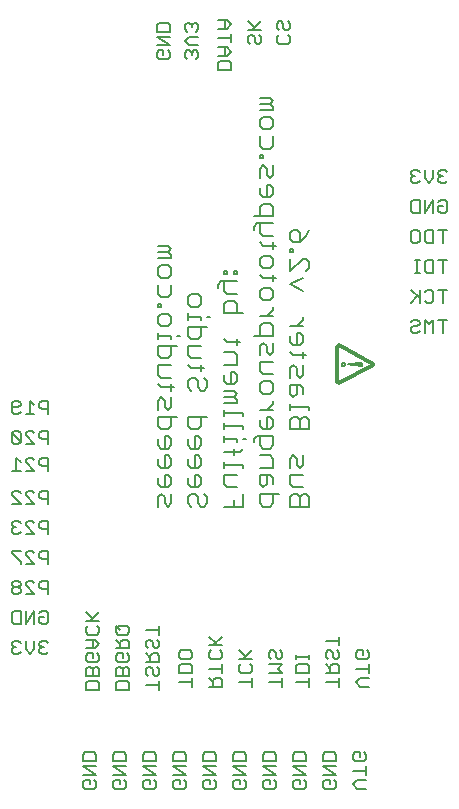
<source format=gbo>
G75*
G70*
%OFA0B0*%
%FSLAX24Y24*%
%IPPOS*%
%LPD*%
%AMOC8*
5,1,8,0,0,1.08239X$1,22.5*
%
%ADD10C,0.0060*%
%ADD11C,0.0080*%
%ADD12C,0.0050*%
%ADD13C,0.0120*%
D10*
X002312Y004881D02*
X002459Y004881D01*
X002532Y004955D01*
X002699Y005028D02*
X002699Y005322D01*
X002532Y005248D02*
X002459Y005322D01*
X002312Y005322D01*
X002239Y005248D01*
X002239Y005175D01*
X002312Y005101D01*
X002239Y005028D01*
X002239Y004955D01*
X002312Y004881D01*
X002312Y005101D02*
X002386Y005101D01*
X002699Y005028D02*
X002846Y004881D01*
X002993Y005028D01*
X002993Y005322D01*
X003159Y005248D02*
X003159Y005175D01*
X003233Y005101D01*
X003159Y005028D01*
X003159Y004955D01*
X003233Y004881D01*
X003380Y004881D01*
X003453Y004955D01*
X003306Y005101D02*
X003233Y005101D01*
X003159Y005248D02*
X003233Y005322D01*
X003380Y005322D01*
X003453Y005248D01*
X003380Y005881D02*
X003233Y005881D01*
X003159Y005955D01*
X003159Y006101D01*
X003306Y006101D01*
X003453Y006248D02*
X003453Y005955D01*
X003380Y005881D01*
X003453Y006248D02*
X003380Y006322D01*
X003233Y006322D01*
X003159Y006248D01*
X002993Y006322D02*
X002993Y005881D01*
X002699Y005881D02*
X002993Y006322D01*
X002699Y006322D02*
X002699Y005881D01*
X002532Y005881D02*
X002532Y006322D01*
X002312Y006322D01*
X002239Y006248D01*
X002239Y005955D01*
X002312Y005881D01*
X002532Y005881D01*
X002459Y006881D02*
X002312Y006881D01*
X002239Y006955D01*
X002239Y007028D01*
X002312Y007101D01*
X002459Y007101D01*
X002532Y007175D01*
X002532Y007248D01*
X002459Y007322D01*
X002312Y007322D01*
X002239Y007248D01*
X002239Y007175D01*
X002312Y007101D01*
X002459Y007101D02*
X002532Y007028D01*
X002532Y006955D01*
X002459Y006881D01*
X002699Y006881D02*
X002993Y006881D01*
X002699Y007175D01*
X002699Y007248D01*
X002772Y007322D01*
X002919Y007322D01*
X002993Y007248D01*
X003159Y007248D02*
X003159Y007101D01*
X003233Y007028D01*
X003453Y007028D01*
X003453Y006881D02*
X003453Y007322D01*
X003233Y007322D01*
X003159Y007248D01*
X002993Y007881D02*
X002699Y008175D01*
X002699Y008248D01*
X002772Y008322D01*
X002919Y008322D01*
X002993Y008248D01*
X003159Y008248D02*
X003159Y008101D01*
X003233Y008028D01*
X003453Y008028D01*
X003453Y007881D02*
X003453Y008322D01*
X003233Y008322D01*
X003159Y008248D01*
X002993Y007881D02*
X002699Y007881D01*
X002532Y007881D02*
X002532Y007955D01*
X002239Y008248D01*
X002239Y008322D01*
X002532Y008322D01*
X002459Y008881D02*
X002312Y008881D01*
X002239Y008955D01*
X002239Y009028D01*
X002312Y009101D01*
X002386Y009101D01*
X002312Y009101D02*
X002239Y009175D01*
X002239Y009248D01*
X002312Y009322D01*
X002459Y009322D01*
X002532Y009248D01*
X002699Y009248D02*
X002772Y009322D01*
X002919Y009322D01*
X002993Y009248D01*
X003159Y009248D02*
X003159Y009101D01*
X003233Y009028D01*
X003453Y009028D01*
X003453Y008881D02*
X003453Y009322D01*
X003233Y009322D01*
X003159Y009248D01*
X002993Y008881D02*
X002699Y009175D01*
X002699Y009248D01*
X002532Y008955D02*
X002459Y008881D01*
X002699Y008881D02*
X002993Y008881D01*
X002993Y009881D02*
X002699Y009881D01*
X002532Y009881D02*
X002239Y010175D01*
X002239Y010248D01*
X002312Y010322D01*
X002459Y010322D01*
X002532Y010248D01*
X002699Y010248D02*
X002772Y010322D01*
X002919Y010322D01*
X002993Y010248D01*
X003159Y010248D02*
X003233Y010322D01*
X003453Y010322D01*
X003453Y009881D01*
X003453Y010028D02*
X003233Y010028D01*
X003159Y010101D01*
X003159Y010248D01*
X002993Y009881D02*
X002699Y010175D01*
X002699Y010248D01*
X002532Y009881D02*
X002239Y009881D01*
X002239Y010981D02*
X002532Y010981D01*
X002386Y010981D02*
X002386Y011422D01*
X002532Y011275D01*
X002699Y011275D02*
X002699Y011348D01*
X002772Y011422D01*
X002919Y011422D01*
X002993Y011348D01*
X003159Y011348D02*
X003233Y011422D01*
X003453Y011422D01*
X003453Y010981D01*
X003453Y011128D02*
X003233Y011128D01*
X003159Y011201D01*
X003159Y011348D01*
X002993Y010981D02*
X002699Y011275D01*
X002699Y010981D02*
X002993Y010981D01*
X002993Y011881D02*
X002699Y011881D01*
X002532Y011955D02*
X002239Y012248D01*
X002239Y011955D01*
X002312Y011881D01*
X002459Y011881D01*
X002532Y011955D01*
X002532Y012248D01*
X002459Y012322D01*
X002312Y012322D01*
X002239Y012248D01*
X002699Y012248D02*
X002699Y012175D01*
X002993Y011881D01*
X003159Y012101D02*
X003233Y012028D01*
X003453Y012028D01*
X003453Y011881D02*
X003453Y012322D01*
X003233Y012322D01*
X003159Y012248D01*
X003159Y012101D01*
X002993Y012248D02*
X002919Y012322D01*
X002772Y012322D01*
X002699Y012248D01*
X002699Y012881D02*
X002993Y012881D01*
X002846Y012881D02*
X002846Y013322D01*
X002993Y013175D01*
X003159Y013248D02*
X003159Y013101D01*
X003233Y013028D01*
X003453Y013028D01*
X003453Y012881D02*
X003453Y013322D01*
X003233Y013322D01*
X003159Y013248D01*
X002532Y013248D02*
X002532Y013175D01*
X002459Y013101D01*
X002239Y013101D01*
X002239Y012955D02*
X002239Y013248D01*
X002312Y013322D01*
X002459Y013322D01*
X002532Y013248D01*
X002532Y012955D02*
X002459Y012881D01*
X002312Y012881D01*
X002239Y012955D01*
X004713Y006277D02*
X004933Y006056D01*
X004860Y005983D02*
X005153Y006277D01*
X005153Y005983D02*
X004713Y005983D01*
X004786Y005816D02*
X004713Y005743D01*
X004713Y005596D01*
X004786Y005523D01*
X005080Y005523D01*
X005153Y005596D01*
X005153Y005743D01*
X005080Y005816D01*
X005007Y005356D02*
X004713Y005356D01*
X004933Y005356D02*
X004933Y005062D01*
X005007Y005062D02*
X004713Y005062D01*
X004786Y004895D02*
X004933Y004895D01*
X004933Y004749D01*
X004786Y004895D02*
X004713Y004822D01*
X004713Y004675D01*
X004786Y004602D01*
X005080Y004602D01*
X005153Y004675D01*
X005153Y004822D01*
X005080Y004895D01*
X005007Y005062D02*
X005153Y005209D01*
X005007Y005356D01*
X005713Y005356D02*
X005860Y005209D01*
X005860Y005282D02*
X005860Y005062D01*
X005713Y005062D02*
X006153Y005062D01*
X006153Y005282D01*
X006080Y005356D01*
X005933Y005356D01*
X005860Y005282D01*
X005786Y005523D02*
X005713Y005596D01*
X005713Y005743D01*
X005786Y005816D01*
X006080Y005816D01*
X006153Y005743D01*
X006153Y005596D01*
X006080Y005523D01*
X005786Y005523D01*
X005860Y005669D02*
X005713Y005816D01*
X005786Y004895D02*
X005713Y004822D01*
X005713Y004675D01*
X005786Y004602D01*
X006080Y004602D01*
X006153Y004675D01*
X006153Y004822D01*
X006080Y004895D01*
X005933Y004895D02*
X005933Y004749D01*
X005933Y004895D02*
X005786Y004895D01*
X005786Y004435D02*
X005713Y004362D01*
X005713Y004142D01*
X006153Y004142D01*
X006153Y004362D01*
X006080Y004435D01*
X006007Y004435D01*
X005933Y004362D01*
X005933Y004142D01*
X005933Y004362D02*
X005860Y004435D01*
X005786Y004435D01*
X005786Y003975D02*
X005713Y003901D01*
X005713Y003681D01*
X006153Y003681D01*
X006153Y003901D01*
X006080Y003975D01*
X005786Y003975D01*
X005153Y003901D02*
X005153Y003681D01*
X004713Y003681D01*
X004713Y003901D01*
X004786Y003975D01*
X005080Y003975D01*
X005153Y003901D01*
X005153Y004142D02*
X005153Y004362D01*
X005080Y004435D01*
X005007Y004435D01*
X004933Y004362D01*
X004933Y004142D01*
X004933Y004362D02*
X004860Y004435D01*
X004786Y004435D01*
X004713Y004362D01*
X004713Y004142D01*
X005153Y004142D01*
X006713Y004215D02*
X006786Y004142D01*
X006713Y004215D02*
X006713Y004362D01*
X006786Y004435D01*
X006860Y004435D01*
X006933Y004362D01*
X006933Y004215D01*
X007007Y004142D01*
X007080Y004142D01*
X007153Y004215D01*
X007153Y004362D01*
X007080Y004435D01*
X007153Y004602D02*
X007153Y004822D01*
X007080Y004895D01*
X006933Y004895D01*
X006860Y004822D01*
X006860Y004602D01*
X006860Y004749D02*
X006713Y004895D01*
X006786Y005062D02*
X006713Y005136D01*
X006713Y005282D01*
X006786Y005356D01*
X006860Y005356D01*
X006933Y005282D01*
X006933Y005136D01*
X007007Y005062D01*
X007080Y005062D01*
X007153Y005136D01*
X007153Y005282D01*
X007080Y005356D01*
X007153Y005523D02*
X007153Y005816D01*
X007153Y005669D02*
X006713Y005669D01*
X006713Y004602D02*
X007153Y004602D01*
X007153Y003975D02*
X007153Y003681D01*
X007153Y003828D02*
X006713Y003828D01*
X007813Y003928D02*
X008253Y003928D01*
X008253Y003781D02*
X008253Y004075D01*
X008253Y004242D02*
X008253Y004462D01*
X008180Y004535D01*
X007886Y004535D01*
X007813Y004462D01*
X007813Y004242D01*
X008253Y004242D01*
X008180Y004702D02*
X007886Y004702D01*
X007813Y004775D01*
X007813Y004922D01*
X007886Y004995D01*
X008180Y004995D01*
X008253Y004922D01*
X008253Y004775D01*
X008180Y004702D01*
X008813Y004775D02*
X008886Y004702D01*
X009180Y004702D01*
X009253Y004775D01*
X009253Y004922D01*
X009180Y004995D01*
X009253Y005162D02*
X008813Y005162D01*
X008960Y005162D02*
X009253Y005456D01*
X009033Y005236D02*
X008813Y005456D01*
X008886Y004995D02*
X008813Y004922D01*
X008813Y004775D01*
X008813Y004388D02*
X009253Y004388D01*
X009253Y004242D02*
X009253Y004535D01*
X009180Y004075D02*
X009033Y004075D01*
X008960Y004001D01*
X008960Y003781D01*
X008960Y003928D02*
X008813Y004075D01*
X008813Y003781D02*
X009253Y003781D01*
X009253Y004001D01*
X009180Y004075D01*
X009813Y003928D02*
X010253Y003928D01*
X010253Y003781D02*
X010253Y004075D01*
X010180Y004242D02*
X009886Y004242D01*
X009813Y004315D01*
X009813Y004462D01*
X009886Y004535D01*
X009813Y004702D02*
X010253Y004702D01*
X010180Y004535D02*
X010253Y004462D01*
X010253Y004315D01*
X010180Y004242D01*
X009960Y004702D02*
X010253Y004995D01*
X010033Y004775D02*
X009813Y004995D01*
X010813Y004922D02*
X010813Y004775D01*
X010886Y004702D01*
X011033Y004775D02*
X011033Y004922D01*
X010960Y004995D01*
X010886Y004995D01*
X010813Y004922D01*
X011033Y004775D02*
X011107Y004702D01*
X011180Y004702D01*
X011253Y004775D01*
X011253Y004922D01*
X011180Y004995D01*
X011253Y004535D02*
X010813Y004535D01*
X010813Y004242D02*
X011253Y004242D01*
X011107Y004388D01*
X011253Y004535D01*
X011253Y004075D02*
X011253Y003781D01*
X011253Y003928D02*
X010813Y003928D01*
X011713Y003928D02*
X012153Y003928D01*
X012153Y003781D02*
X012153Y004075D01*
X012153Y004242D02*
X012153Y004462D01*
X012080Y004535D01*
X011786Y004535D01*
X011713Y004462D01*
X011713Y004242D01*
X012153Y004242D01*
X012153Y004702D02*
X012153Y004849D01*
X012153Y004775D02*
X011713Y004775D01*
X011713Y004702D02*
X011713Y004849D01*
X012713Y004922D02*
X012713Y004775D01*
X012786Y004702D01*
X012933Y004775D02*
X012933Y004922D01*
X012860Y004995D01*
X012786Y004995D01*
X012713Y004922D01*
X012933Y004775D02*
X013007Y004702D01*
X013080Y004702D01*
X013153Y004775D01*
X013153Y004922D01*
X013080Y004995D01*
X013153Y005162D02*
X013153Y005456D01*
X013153Y005309D02*
X012713Y005309D01*
X012713Y004535D02*
X012860Y004388D01*
X012860Y004462D02*
X012860Y004242D01*
X012713Y004242D02*
X013153Y004242D01*
X013153Y004462D01*
X013080Y004535D01*
X012933Y004535D01*
X012860Y004462D01*
X013153Y004075D02*
X013153Y003781D01*
X013153Y003928D02*
X012713Y003928D01*
X013713Y003928D02*
X013860Y004075D01*
X014153Y004075D01*
X014153Y004242D02*
X014153Y004535D01*
X014153Y004388D02*
X013713Y004388D01*
X013786Y004702D02*
X013713Y004775D01*
X013713Y004922D01*
X013786Y004995D01*
X013933Y004995D01*
X013933Y004849D01*
X014080Y004995D02*
X014153Y004922D01*
X014153Y004775D01*
X014080Y004702D01*
X013786Y004702D01*
X013713Y003928D02*
X013860Y003781D01*
X014153Y003781D01*
X013980Y001595D02*
X014053Y001522D01*
X014053Y001375D01*
X013980Y001302D01*
X013686Y001302D01*
X013613Y001375D01*
X013613Y001522D01*
X013686Y001595D01*
X013833Y001595D01*
X013833Y001449D01*
X014053Y001135D02*
X014053Y000842D01*
X014053Y000988D02*
X013613Y000988D01*
X013760Y000675D02*
X014053Y000675D01*
X013760Y000675D02*
X013613Y000528D01*
X013760Y000381D01*
X014053Y000381D01*
X013053Y000455D02*
X012980Y000381D01*
X012686Y000381D01*
X012613Y000455D01*
X012613Y000601D01*
X012686Y000675D01*
X012833Y000675D01*
X012833Y000528D01*
X012980Y000675D02*
X013053Y000601D01*
X013053Y000455D01*
X013053Y000842D02*
X012613Y000842D01*
X012613Y001135D02*
X013053Y001135D01*
X013053Y001302D02*
X013053Y001522D01*
X012980Y001595D01*
X012686Y001595D01*
X012613Y001522D01*
X012613Y001302D01*
X013053Y001302D01*
X013053Y000842D02*
X012613Y001135D01*
X012053Y001135D02*
X011613Y001135D01*
X012053Y000842D01*
X011613Y000842D01*
X011686Y000675D02*
X011613Y000601D01*
X011613Y000455D01*
X011686Y000381D01*
X011980Y000381D01*
X012053Y000455D01*
X012053Y000601D01*
X011980Y000675D01*
X011833Y000675D02*
X011833Y000528D01*
X011833Y000675D02*
X011686Y000675D01*
X011613Y001302D02*
X011613Y001522D01*
X011686Y001595D01*
X011980Y001595D01*
X012053Y001522D01*
X012053Y001302D01*
X011613Y001302D01*
X011053Y001302D02*
X011053Y001522D01*
X010980Y001595D01*
X010686Y001595D01*
X010613Y001522D01*
X010613Y001302D01*
X011053Y001302D01*
X011053Y001135D02*
X010613Y001135D01*
X011053Y000842D01*
X010613Y000842D01*
X010686Y000675D02*
X010833Y000675D01*
X010833Y000528D01*
X010686Y000675D02*
X010613Y000601D01*
X010613Y000455D01*
X010686Y000381D01*
X010980Y000381D01*
X011053Y000455D01*
X011053Y000601D01*
X010980Y000675D01*
X010053Y000601D02*
X010053Y000455D01*
X009980Y000381D01*
X009686Y000381D01*
X009613Y000455D01*
X009613Y000601D01*
X009686Y000675D01*
X009833Y000675D01*
X009833Y000528D01*
X009980Y000675D02*
X010053Y000601D01*
X010053Y000842D02*
X009613Y001135D01*
X010053Y001135D01*
X010053Y001302D02*
X010053Y001522D01*
X009980Y001595D01*
X009686Y001595D01*
X009613Y001522D01*
X009613Y001302D01*
X010053Y001302D01*
X010053Y000842D02*
X009613Y000842D01*
X009053Y000842D02*
X008613Y001135D01*
X009053Y001135D01*
X009053Y001302D02*
X009053Y001522D01*
X008980Y001595D01*
X008686Y001595D01*
X008613Y001522D01*
X008613Y001302D01*
X009053Y001302D01*
X009053Y000842D02*
X008613Y000842D01*
X008686Y000675D02*
X008833Y000675D01*
X008833Y000528D01*
X008686Y000675D02*
X008613Y000601D01*
X008613Y000455D01*
X008686Y000381D01*
X008980Y000381D01*
X009053Y000455D01*
X009053Y000601D01*
X008980Y000675D01*
X008053Y000601D02*
X008053Y000455D01*
X007980Y000381D01*
X007686Y000381D01*
X007613Y000455D01*
X007613Y000601D01*
X007686Y000675D01*
X007833Y000675D01*
X007833Y000528D01*
X007980Y000675D02*
X008053Y000601D01*
X008053Y000842D02*
X007613Y001135D01*
X008053Y001135D01*
X008053Y001302D02*
X008053Y001522D01*
X007980Y001595D01*
X007686Y001595D01*
X007613Y001522D01*
X007613Y001302D01*
X008053Y001302D01*
X008053Y000842D02*
X007613Y000842D01*
X007053Y000842D02*
X006613Y001135D01*
X007053Y001135D01*
X007053Y001302D02*
X007053Y001522D01*
X006980Y001595D01*
X006686Y001595D01*
X006613Y001522D01*
X006613Y001302D01*
X007053Y001302D01*
X007053Y000842D02*
X006613Y000842D01*
X006686Y000675D02*
X006613Y000601D01*
X006613Y000455D01*
X006686Y000381D01*
X006980Y000381D01*
X007053Y000455D01*
X007053Y000601D01*
X006980Y000675D01*
X006833Y000675D02*
X006833Y000528D01*
X006833Y000675D02*
X006686Y000675D01*
X006053Y000601D02*
X006053Y000455D01*
X005980Y000381D01*
X005686Y000381D01*
X005613Y000455D01*
X005613Y000601D01*
X005686Y000675D01*
X005833Y000675D01*
X005833Y000528D01*
X005980Y000675D02*
X006053Y000601D01*
X006053Y000842D02*
X005613Y001135D01*
X006053Y001135D01*
X006053Y001302D02*
X006053Y001522D01*
X005980Y001595D01*
X005686Y001595D01*
X005613Y001522D01*
X005613Y001302D01*
X006053Y001302D01*
X006053Y000842D02*
X005613Y000842D01*
X005053Y000842D02*
X004613Y001135D01*
X005053Y001135D01*
X005053Y001302D02*
X005053Y001522D01*
X004980Y001595D01*
X004686Y001595D01*
X004613Y001522D01*
X004613Y001302D01*
X005053Y001302D01*
X005053Y000842D02*
X004613Y000842D01*
X004686Y000675D02*
X004613Y000601D01*
X004613Y000455D01*
X004686Y000381D01*
X004980Y000381D01*
X005053Y000455D01*
X005053Y000601D01*
X004980Y000675D01*
X004833Y000675D02*
X004833Y000528D01*
X004833Y000675D02*
X004686Y000675D01*
X015612Y015581D02*
X015539Y015655D01*
X015539Y015728D01*
X015612Y015801D01*
X015759Y015801D01*
X015832Y015875D01*
X015832Y015948D01*
X015759Y016022D01*
X015612Y016022D01*
X015539Y015948D01*
X015612Y015581D02*
X015759Y015581D01*
X015832Y015655D01*
X015999Y015581D02*
X015999Y016022D01*
X016146Y015875D01*
X016293Y016022D01*
X016293Y015581D01*
X016459Y016022D02*
X016753Y016022D01*
X016606Y016022D02*
X016606Y015581D01*
X016606Y016581D02*
X016606Y017022D01*
X016753Y017022D02*
X016459Y017022D01*
X016293Y016948D02*
X016293Y016655D01*
X016219Y016581D01*
X016072Y016581D01*
X015999Y016655D01*
X015832Y016728D02*
X015539Y017022D01*
X015832Y017022D02*
X015832Y016581D01*
X015759Y016801D02*
X015539Y016581D01*
X015999Y016948D02*
X016072Y017022D01*
X016219Y017022D01*
X016293Y016948D01*
X016293Y017581D02*
X016072Y017581D01*
X015999Y017655D01*
X015999Y017948D01*
X016072Y018022D01*
X016293Y018022D01*
X016293Y017581D01*
X016459Y018022D02*
X016753Y018022D01*
X016606Y018022D02*
X016606Y017581D01*
X016606Y018581D02*
X016606Y019022D01*
X016753Y019022D02*
X016459Y019022D01*
X016293Y019022D02*
X016072Y019022D01*
X015999Y018948D01*
X015999Y018655D01*
X016072Y018581D01*
X016293Y018581D01*
X016293Y019022D01*
X015832Y018948D02*
X015832Y018655D01*
X015759Y018581D01*
X015612Y018581D01*
X015539Y018655D01*
X015539Y018948D01*
X015612Y019022D01*
X015759Y019022D01*
X015832Y018948D01*
X015832Y019581D02*
X015612Y019581D01*
X015539Y019655D01*
X015539Y019948D01*
X015612Y020022D01*
X015832Y020022D01*
X015832Y019581D01*
X015999Y019581D02*
X015999Y020022D01*
X016293Y020022D02*
X015999Y019581D01*
X016293Y019581D02*
X016293Y020022D01*
X016459Y019948D02*
X016533Y020022D01*
X016680Y020022D01*
X016753Y019948D01*
X016753Y019655D01*
X016680Y019581D01*
X016533Y019581D01*
X016459Y019655D01*
X016459Y019801D01*
X016606Y019801D01*
X016533Y020581D02*
X016459Y020655D01*
X016459Y020728D01*
X016533Y020801D01*
X016606Y020801D01*
X016533Y020801D02*
X016459Y020875D01*
X016459Y020948D01*
X016533Y021022D01*
X016680Y021022D01*
X016753Y020948D01*
X016753Y020655D02*
X016680Y020581D01*
X016533Y020581D01*
X016293Y020728D02*
X016146Y020581D01*
X015999Y020728D01*
X015999Y021022D01*
X015832Y020948D02*
X015759Y021022D01*
X015612Y021022D01*
X015539Y020948D01*
X015539Y020875D01*
X015612Y020801D01*
X015539Y020728D01*
X015539Y020655D01*
X015612Y020581D01*
X015759Y020581D01*
X015832Y020655D01*
X015686Y020801D02*
X015612Y020801D01*
X016293Y020728D02*
X016293Y021022D01*
X015832Y018022D02*
X015686Y018022D01*
X015759Y018022D02*
X015759Y017581D01*
X015832Y017581D02*
X015686Y017581D01*
X011430Y025210D02*
X011136Y025210D01*
X011063Y025284D01*
X011063Y025431D01*
X011136Y025504D01*
X011136Y025671D02*
X011063Y025744D01*
X011063Y025891D01*
X011136Y025964D01*
X011210Y025964D01*
X011283Y025891D01*
X011283Y025744D01*
X011357Y025671D01*
X011430Y025671D01*
X011503Y025744D01*
X011503Y025891D01*
X011430Y025964D01*
X011430Y025504D02*
X011503Y025431D01*
X011503Y025284D01*
X011430Y025210D01*
X010553Y025284D02*
X010480Y025210D01*
X010407Y025210D01*
X010333Y025284D01*
X010333Y025431D01*
X010260Y025504D01*
X010186Y025504D01*
X010113Y025431D01*
X010113Y025284D01*
X010186Y025210D01*
X010553Y025284D02*
X010553Y025431D01*
X010480Y025504D01*
X010553Y025671D02*
X010113Y025671D01*
X010260Y025671D02*
X010553Y025964D01*
X010333Y025744D02*
X010113Y025964D01*
X009553Y025867D02*
X009407Y026014D01*
X009113Y026014D01*
X009333Y026014D02*
X009333Y025721D01*
X009407Y025721D02*
X009553Y025867D01*
X009407Y025721D02*
X009113Y025721D01*
X009113Y025407D02*
X009553Y025407D01*
X009553Y025260D02*
X009553Y025554D01*
X009407Y025094D02*
X009113Y025094D01*
X009333Y025094D02*
X009333Y024800D01*
X009407Y024800D02*
X009553Y024947D01*
X009407Y025094D01*
X009407Y024800D02*
X009113Y024800D01*
X009186Y024633D02*
X009480Y024633D01*
X009553Y024560D01*
X009553Y024340D01*
X009113Y024340D01*
X009113Y024560D01*
X009186Y024633D01*
X008453Y024773D02*
X008380Y024700D01*
X008453Y024773D02*
X008453Y024920D01*
X008380Y024994D01*
X008307Y024994D01*
X008233Y024920D01*
X008160Y024994D01*
X008086Y024994D01*
X008013Y024920D01*
X008013Y024773D01*
X008086Y024700D01*
X008233Y024847D02*
X008233Y024920D01*
X008160Y025160D02*
X008013Y025307D01*
X008160Y025454D01*
X008453Y025454D01*
X008380Y025621D02*
X008453Y025694D01*
X008453Y025841D01*
X008380Y025914D01*
X008307Y025914D01*
X008233Y025841D01*
X008160Y025914D01*
X008086Y025914D01*
X008013Y025841D01*
X008013Y025694D01*
X008086Y025621D01*
X008233Y025768D02*
X008233Y025841D01*
X008160Y025160D02*
X008453Y025160D01*
X007503Y025160D02*
X007063Y025454D01*
X007503Y025454D01*
X007503Y025621D02*
X007503Y025841D01*
X007430Y025914D01*
X007136Y025914D01*
X007063Y025841D01*
X007063Y025621D01*
X007503Y025621D01*
X007503Y025160D02*
X007063Y025160D01*
X007136Y024994D02*
X007283Y024994D01*
X007283Y024847D01*
X007136Y024994D02*
X007063Y024920D01*
X007063Y024773D01*
X007136Y024700D01*
X007430Y024700D01*
X007503Y024773D01*
X007503Y024920D01*
X007430Y024994D01*
D11*
X010523Y023418D02*
X010833Y023418D01*
X010937Y023314D01*
X010833Y023211D01*
X010523Y023211D01*
X010523Y023004D02*
X010937Y023004D01*
X010937Y023107D01*
X010833Y023211D01*
X010833Y022773D02*
X010626Y022773D01*
X010523Y022670D01*
X010523Y022463D01*
X010626Y022359D01*
X010833Y022359D01*
X010937Y022463D01*
X010937Y022670D01*
X010833Y022773D01*
X010937Y022129D02*
X010937Y021818D01*
X010833Y021715D01*
X010626Y021715D01*
X010523Y021818D01*
X010523Y022129D01*
X010523Y021496D02*
X010523Y021393D01*
X010626Y021393D01*
X010626Y021496D01*
X010523Y021496D01*
X010626Y021162D02*
X010730Y021058D01*
X010730Y020851D01*
X010833Y020748D01*
X010937Y020851D01*
X010937Y021162D01*
X010626Y021162D02*
X010523Y021058D01*
X010523Y020748D01*
X010730Y020517D02*
X010730Y020104D01*
X010833Y020104D02*
X010626Y020104D01*
X010523Y020207D01*
X010523Y020414D01*
X010730Y020517D02*
X010833Y020517D01*
X010937Y020414D01*
X010937Y020207D01*
X010833Y020104D01*
X010833Y019873D02*
X010626Y019873D01*
X010523Y019769D01*
X010523Y019459D01*
X010316Y019459D02*
X010937Y019459D01*
X010937Y019769D01*
X010833Y019873D01*
X010937Y019228D02*
X010420Y019228D01*
X010316Y019125D01*
X010316Y019021D01*
X010523Y018918D02*
X010523Y019228D01*
X010523Y018918D02*
X010626Y018815D01*
X010937Y018815D01*
X010937Y018592D02*
X010937Y018385D01*
X011040Y018488D02*
X010626Y018488D01*
X010523Y018592D01*
X010626Y018154D02*
X010833Y018154D01*
X010937Y018051D01*
X010937Y017844D01*
X010833Y017740D01*
X010626Y017740D01*
X010523Y017844D01*
X010523Y018051D01*
X010626Y018154D01*
X010523Y017517D02*
X010626Y017414D01*
X011040Y017414D01*
X010937Y017311D02*
X010937Y017517D01*
X010833Y017080D02*
X010626Y017080D01*
X010523Y016976D01*
X010523Y016769D01*
X010626Y016666D01*
X010833Y016666D01*
X010937Y016769D01*
X010937Y016976D01*
X010833Y017080D01*
X010937Y016439D02*
X010937Y016336D01*
X010730Y016129D01*
X010523Y016129D02*
X010937Y016129D01*
X010833Y015898D02*
X010626Y015898D01*
X010523Y015795D01*
X010523Y015484D01*
X010316Y015484D02*
X010937Y015484D01*
X010937Y015795D01*
X010833Y015898D01*
X010937Y015254D02*
X010937Y014943D01*
X010833Y014840D01*
X010730Y014943D01*
X010730Y015150D01*
X010626Y015254D01*
X010523Y015150D01*
X010523Y014840D01*
X010523Y014609D02*
X010937Y014609D01*
X010937Y014195D02*
X010626Y014195D01*
X010523Y014299D01*
X010523Y014609D01*
X010626Y013965D02*
X010833Y013965D01*
X010937Y013861D01*
X010937Y013654D01*
X010833Y013551D01*
X010626Y013551D01*
X010523Y013654D01*
X010523Y013861D01*
X010626Y013965D01*
X010937Y013324D02*
X010937Y013221D01*
X010730Y013014D01*
X010523Y013014D02*
X010937Y013014D01*
X010833Y012783D02*
X010730Y012783D01*
X010730Y012369D01*
X010833Y012369D02*
X010626Y012369D01*
X010523Y012473D01*
X010523Y012680D01*
X010833Y012783D02*
X010937Y012680D01*
X010937Y012473D01*
X010833Y012369D01*
X010937Y012138D02*
X010937Y011828D01*
X010833Y011725D01*
X010626Y011725D01*
X010523Y011828D01*
X010523Y012138D01*
X010420Y012138D02*
X010937Y012138D01*
X010833Y011494D02*
X010523Y011494D01*
X010316Y011932D02*
X010316Y012035D01*
X010420Y012138D01*
X010047Y012043D02*
X009944Y012043D01*
X009737Y012043D02*
X009737Y011940D01*
X009737Y012043D02*
X009323Y012043D01*
X009323Y011940D02*
X009323Y012146D01*
X009323Y012369D02*
X009323Y012576D01*
X009323Y012473D02*
X009944Y012473D01*
X009944Y012369D01*
X009944Y012799D02*
X009944Y012902D01*
X009323Y012902D01*
X009323Y012799D02*
X009323Y013006D01*
X009323Y013229D02*
X009737Y013229D01*
X009737Y013332D01*
X009633Y013435D01*
X009737Y013539D01*
X009633Y013642D01*
X009323Y013642D01*
X009323Y013435D02*
X009633Y013435D01*
X009633Y013873D02*
X009426Y013873D01*
X009323Y013977D01*
X009323Y014183D01*
X009530Y014287D02*
X009530Y013873D01*
X009633Y013873D02*
X009737Y013977D01*
X009737Y014183D01*
X009633Y014287D01*
X009530Y014287D01*
X009323Y014518D02*
X009737Y014518D01*
X009737Y014828D01*
X009633Y014931D01*
X009323Y014931D01*
X009426Y015266D02*
X009323Y015369D01*
X009426Y015266D02*
X009840Y015266D01*
X009737Y015369D02*
X009737Y015162D01*
X009737Y016236D02*
X009737Y016547D01*
X009633Y016650D01*
X009426Y016650D01*
X009323Y016547D01*
X009323Y016236D01*
X009944Y016236D01*
X009737Y016881D02*
X009426Y016881D01*
X009323Y016984D01*
X009323Y017295D01*
X009220Y017295D02*
X009116Y017191D01*
X009116Y017088D01*
X009220Y017295D02*
X009737Y017295D01*
X009737Y017526D02*
X009633Y017526D01*
X009633Y017629D01*
X009737Y017629D01*
X009737Y017526D01*
X009426Y017526D02*
X009323Y017526D01*
X009323Y017629D01*
X009426Y017629D01*
X009426Y017526D01*
X008537Y016762D02*
X008537Y016555D01*
X008433Y016451D01*
X008226Y016451D01*
X008123Y016555D01*
X008123Y016762D01*
X008226Y016865D01*
X008433Y016865D01*
X008537Y016762D01*
X008537Y016125D02*
X008123Y016125D01*
X008123Y016022D02*
X008123Y016228D01*
X008123Y015791D02*
X008123Y015480D01*
X008226Y015377D01*
X008433Y015377D01*
X008537Y015480D01*
X008537Y015791D01*
X008744Y015791D02*
X008123Y015791D01*
X007847Y015480D02*
X007744Y015480D01*
X007537Y015480D02*
X007123Y015480D01*
X007123Y015377D02*
X007123Y015584D01*
X007226Y015807D02*
X007123Y015910D01*
X007123Y016117D01*
X007226Y016220D01*
X007433Y016220D01*
X007537Y016117D01*
X007537Y015910D01*
X007433Y015807D01*
X007226Y015807D01*
X007537Y015480D02*
X007537Y015377D01*
X007537Y015146D02*
X007537Y014836D01*
X007433Y014733D01*
X007226Y014733D01*
X007123Y014836D01*
X007123Y015146D01*
X007744Y015146D01*
X008123Y015146D02*
X008123Y014836D01*
X008226Y014733D01*
X008537Y014733D01*
X008537Y014510D02*
X008537Y014303D01*
X008640Y014406D02*
X008226Y014406D01*
X008123Y014510D01*
X008226Y014072D02*
X008123Y013969D01*
X008123Y013762D01*
X008226Y013658D01*
X008433Y013762D02*
X008433Y013969D01*
X008330Y014072D01*
X008226Y014072D01*
X008433Y013762D02*
X008537Y013658D01*
X008640Y013658D01*
X008744Y013762D01*
X008744Y013969D01*
X008640Y014072D01*
X008537Y015146D02*
X008123Y015146D01*
X007537Y014502D02*
X007123Y014502D01*
X007123Y014191D01*
X007226Y014088D01*
X007537Y014088D01*
X007537Y013865D02*
X007537Y013658D01*
X007640Y013762D02*
X007226Y013762D01*
X007123Y013865D01*
X007226Y013427D02*
X007330Y013324D01*
X007330Y013117D01*
X007433Y013014D01*
X007537Y013117D01*
X007537Y013427D01*
X007226Y013427D02*
X007123Y013324D01*
X007123Y013014D01*
X007123Y012783D02*
X007123Y012473D01*
X007226Y012369D01*
X007433Y012369D01*
X007537Y012473D01*
X007537Y012783D01*
X007744Y012783D02*
X007123Y012783D01*
X007330Y012138D02*
X007330Y011725D01*
X007433Y011725D02*
X007226Y011725D01*
X007123Y011828D01*
X007123Y012035D01*
X007330Y012138D02*
X007433Y012138D01*
X007537Y012035D01*
X007537Y011828D01*
X007433Y011725D01*
X007433Y011494D02*
X007330Y011494D01*
X007330Y011080D01*
X007433Y011080D02*
X007537Y011184D01*
X007537Y011390D01*
X007433Y011494D01*
X007123Y011390D02*
X007123Y011184D01*
X007226Y011080D01*
X007433Y011080D01*
X007433Y010849D02*
X007330Y010849D01*
X007330Y010436D01*
X007433Y010436D02*
X007226Y010436D01*
X007123Y010539D01*
X007123Y010746D01*
X007433Y010849D02*
X007537Y010746D01*
X007537Y010539D01*
X007433Y010436D01*
X007537Y010205D02*
X007537Y009895D01*
X007433Y009791D01*
X007330Y009895D01*
X007330Y010101D01*
X007226Y010205D01*
X007123Y010101D01*
X007123Y009791D01*
X008123Y009895D02*
X008226Y009791D01*
X008123Y009895D02*
X008123Y010101D01*
X008226Y010205D01*
X008330Y010205D01*
X008433Y010101D01*
X008433Y009895D01*
X008537Y009791D01*
X008640Y009791D01*
X008744Y009895D01*
X008744Y010101D01*
X008640Y010205D01*
X008433Y010436D02*
X008537Y010539D01*
X008537Y010746D01*
X008433Y010849D01*
X008330Y010849D01*
X008330Y010436D01*
X008433Y010436D02*
X008226Y010436D01*
X008123Y010539D01*
X008123Y010746D01*
X008226Y011080D02*
X008433Y011080D01*
X008537Y011184D01*
X008537Y011390D01*
X008433Y011494D01*
X008330Y011494D01*
X008330Y011080D01*
X008226Y011080D02*
X008123Y011184D01*
X008123Y011390D01*
X008226Y011725D02*
X008123Y011828D01*
X008123Y012035D01*
X008330Y012138D02*
X008330Y011725D01*
X008433Y011725D02*
X008226Y011725D01*
X008433Y011725D02*
X008537Y011828D01*
X008537Y012035D01*
X008433Y012138D01*
X008330Y012138D01*
X008433Y012369D02*
X008226Y012369D01*
X008123Y012473D01*
X008123Y012783D01*
X008744Y012783D01*
X008537Y012783D02*
X008537Y012473D01*
X008433Y012369D01*
X009323Y011613D02*
X009840Y011613D01*
X009944Y011717D01*
X009633Y011717D02*
X009633Y011510D01*
X009323Y011287D02*
X009323Y011080D01*
X009323Y011184D02*
X009944Y011184D01*
X009944Y011080D01*
X009737Y010849D02*
X009323Y010849D01*
X009323Y010539D01*
X009426Y010436D01*
X009737Y010436D01*
X009944Y010205D02*
X009944Y009791D01*
X009323Y009791D01*
X009633Y009791D02*
X009633Y009998D01*
X010523Y009895D02*
X010626Y009791D01*
X010833Y009791D01*
X010937Y009895D01*
X010937Y010205D01*
X011144Y010205D02*
X010523Y010205D01*
X010523Y009895D01*
X010626Y010436D02*
X010523Y010539D01*
X010523Y010849D01*
X010833Y010849D01*
X010937Y010746D01*
X010937Y010539D01*
X010730Y010539D02*
X010730Y010849D01*
X010523Y011080D02*
X010937Y011080D01*
X010937Y011390D01*
X010833Y011494D01*
X011523Y011390D02*
X011523Y011080D01*
X011523Y010849D02*
X011937Y010849D01*
X011833Y011080D02*
X011730Y011184D01*
X011730Y011390D01*
X011626Y011494D01*
X011523Y011390D01*
X011833Y011080D02*
X011937Y011184D01*
X011937Y011494D01*
X011523Y010849D02*
X011523Y010539D01*
X011626Y010436D01*
X011937Y010436D01*
X011937Y010205D02*
X011833Y010101D01*
X011833Y009791D01*
X011523Y009791D02*
X011523Y010101D01*
X011626Y010205D01*
X011730Y010205D01*
X011833Y010101D01*
X011937Y010205D02*
X012040Y010205D01*
X012144Y010101D01*
X012144Y009791D01*
X011523Y009791D01*
X010730Y010539D02*
X010626Y010436D01*
X011523Y012369D02*
X011523Y012680D01*
X011626Y012783D01*
X011730Y012783D01*
X011833Y012680D01*
X011833Y012369D01*
X011523Y012369D02*
X012144Y012369D01*
X012144Y012680D01*
X012040Y012783D01*
X011937Y012783D01*
X011833Y012680D01*
X011523Y013014D02*
X011523Y013221D01*
X011523Y013117D02*
X012144Y013117D01*
X012144Y013014D01*
X011937Y013547D02*
X011937Y013754D01*
X011833Y013857D01*
X011523Y013857D01*
X011523Y013547D01*
X011626Y013444D01*
X011730Y013547D01*
X011730Y013857D01*
X011833Y014088D02*
X011937Y014191D01*
X011937Y014502D01*
X011937Y014733D02*
X011937Y014939D01*
X012040Y014836D02*
X011626Y014836D01*
X011523Y014939D01*
X011626Y015162D02*
X011833Y015162D01*
X011937Y015266D01*
X011937Y015472D01*
X011833Y015576D01*
X011730Y015576D01*
X011730Y015162D01*
X011626Y015162D02*
X011523Y015266D01*
X011523Y015472D01*
X011523Y015807D02*
X011937Y015807D01*
X011937Y016014D02*
X011937Y016117D01*
X011937Y016014D02*
X011730Y015807D01*
X011626Y014502D02*
X011730Y014398D01*
X011730Y014191D01*
X011833Y014088D01*
X011523Y014088D02*
X011523Y014398D01*
X011626Y014502D01*
X011937Y016988D02*
X011523Y017195D01*
X011937Y017402D01*
X012040Y017633D02*
X012144Y017736D01*
X012144Y017943D01*
X012040Y018047D01*
X011937Y018047D01*
X011523Y017633D01*
X011523Y018047D01*
X011523Y018277D02*
X011523Y018381D01*
X011626Y018381D01*
X011626Y018277D01*
X011523Y018277D01*
X011626Y018600D02*
X011523Y018703D01*
X011523Y018910D01*
X011626Y019013D01*
X011730Y019013D01*
X011833Y018910D01*
X011833Y018600D01*
X011626Y018600D01*
X011833Y018600D02*
X012040Y018806D01*
X012144Y019013D01*
X008847Y016125D02*
X008744Y016125D01*
X008537Y016125D02*
X008537Y016022D01*
X007537Y016877D02*
X007433Y016774D01*
X007226Y016774D01*
X007123Y016877D01*
X007123Y017187D01*
X007226Y017418D02*
X007123Y017521D01*
X007123Y017728D01*
X007226Y017832D01*
X007433Y017832D01*
X007537Y017728D01*
X007537Y017521D01*
X007433Y017418D01*
X007226Y017418D01*
X007537Y017187D02*
X007537Y016877D01*
X007226Y016555D02*
X007123Y016555D01*
X007123Y016451D01*
X007226Y016451D01*
X007226Y016555D01*
X007123Y018063D02*
X007537Y018063D01*
X007537Y018166D01*
X007433Y018269D01*
X007537Y018373D01*
X007433Y018476D01*
X007123Y018476D01*
X007123Y018269D02*
X007433Y018269D01*
D12*
X013234Y014533D02*
X013236Y014546D01*
X013241Y014558D01*
X013250Y014569D01*
X013260Y014577D01*
X013273Y014581D01*
X013286Y014582D01*
X013299Y014579D01*
X013311Y014573D01*
X013321Y014564D01*
X013328Y014553D01*
X013332Y014540D01*
X013332Y014526D01*
X013328Y014513D01*
X013321Y014502D01*
X013311Y014493D01*
X013299Y014487D01*
X013286Y014484D01*
X013273Y014485D01*
X013260Y014489D01*
X013250Y014497D01*
X013241Y014508D01*
X013236Y014520D01*
X013234Y014533D01*
X013236Y014546D01*
X013241Y014558D01*
X013250Y014569D01*
X013260Y014577D01*
X013273Y014581D01*
X013286Y014582D01*
X013299Y014579D01*
X013311Y014573D01*
X013321Y014564D01*
X013328Y014553D01*
X013332Y014540D01*
X013332Y014526D01*
X013328Y014513D01*
X013321Y014502D01*
X013311Y014493D01*
X013299Y014487D01*
X013286Y014484D01*
X013273Y014485D01*
X013260Y014489D01*
X013250Y014497D01*
X013241Y014508D01*
X013236Y014520D01*
X013234Y014533D01*
X013236Y014546D01*
X013241Y014558D01*
X013250Y014569D01*
X013260Y014577D01*
X013273Y014581D01*
X013286Y014582D01*
X013299Y014579D01*
X013311Y014573D01*
X013321Y014564D01*
X013328Y014553D01*
X013332Y014540D01*
X013332Y014526D01*
X013328Y014513D01*
X013321Y014502D01*
X013311Y014493D01*
X013299Y014487D01*
X013286Y014484D01*
X013273Y014485D01*
X013260Y014489D01*
X013250Y014497D01*
X013241Y014508D01*
X013236Y014520D01*
X013234Y014533D01*
X013236Y014546D01*
X013241Y014558D01*
X013250Y014569D01*
X013260Y014577D01*
X013273Y014581D01*
X013286Y014582D01*
X013299Y014579D01*
X013311Y014573D01*
X013321Y014564D01*
X013328Y014553D01*
X013332Y014540D01*
X013332Y014526D01*
X013328Y014513D01*
X013321Y014502D01*
X013311Y014493D01*
X013299Y014487D01*
X013286Y014484D01*
X013273Y014485D01*
X013260Y014489D01*
X013250Y014497D01*
X013241Y014508D01*
X013236Y014520D01*
X013234Y014533D01*
X013236Y014546D01*
X013241Y014558D01*
X013250Y014569D01*
X013260Y014577D01*
X013273Y014581D01*
X013286Y014582D01*
X013299Y014579D01*
X013311Y014573D01*
X013321Y014564D01*
X013328Y014553D01*
X013332Y014540D01*
X013332Y014526D01*
X013328Y014513D01*
X013321Y014502D01*
X013311Y014493D01*
X013299Y014487D01*
X013286Y014484D01*
X013273Y014485D01*
X013260Y014489D01*
X013250Y014497D01*
X013241Y014508D01*
X013236Y014520D01*
X013234Y014533D01*
X013236Y014546D01*
X013241Y014558D01*
X013250Y014569D01*
X013260Y014577D01*
X013273Y014581D01*
X013286Y014582D01*
X013299Y014579D01*
X013311Y014573D01*
X013321Y014564D01*
X013328Y014553D01*
X013332Y014540D01*
X013332Y014526D01*
X013328Y014513D01*
X013321Y014502D01*
X013311Y014493D01*
X013299Y014487D01*
X013286Y014484D01*
X013273Y014485D01*
X013260Y014489D01*
X013250Y014497D01*
X013241Y014508D01*
X013236Y014520D01*
X013234Y014533D01*
X013236Y014546D01*
X013241Y014558D01*
X013250Y014569D01*
X013260Y014577D01*
X013273Y014581D01*
X013286Y014582D01*
X013299Y014579D01*
X013311Y014573D01*
X013321Y014564D01*
X013328Y014553D01*
X013332Y014540D01*
X013332Y014526D01*
X013328Y014513D01*
X013321Y014502D01*
X013311Y014493D01*
X013299Y014487D01*
X013286Y014484D01*
X013273Y014485D01*
X013260Y014489D01*
X013250Y014497D01*
X013241Y014508D01*
X013236Y014520D01*
X013234Y014533D01*
X013236Y014546D01*
X013241Y014558D01*
X013250Y014569D01*
X013260Y014577D01*
X013273Y014581D01*
X013286Y014582D01*
X013299Y014579D01*
X013311Y014573D01*
X013321Y014564D01*
X013328Y014553D01*
X013332Y014540D01*
X013332Y014526D01*
X013328Y014513D01*
X013321Y014502D01*
X013311Y014493D01*
X013299Y014487D01*
X013286Y014484D01*
X013273Y014485D01*
X013260Y014489D01*
X013250Y014497D01*
X013241Y014508D01*
X013236Y014520D01*
X013234Y014533D01*
X013236Y014546D01*
X013241Y014558D01*
X013250Y014569D01*
X013260Y014577D01*
X013273Y014581D01*
X013286Y014582D01*
X013299Y014579D01*
X013311Y014573D01*
X013321Y014564D01*
X013328Y014553D01*
X013332Y014540D01*
X013332Y014526D01*
X013328Y014513D01*
X013321Y014502D01*
X013311Y014493D01*
X013299Y014487D01*
X013286Y014484D01*
X013273Y014485D01*
X013260Y014489D01*
X013250Y014497D01*
X013241Y014508D01*
X013236Y014520D01*
X013234Y014533D01*
X013236Y014546D01*
X013241Y014558D01*
X013250Y014569D01*
X013260Y014577D01*
X013273Y014581D01*
X013286Y014582D01*
X013299Y014579D01*
X013311Y014573D01*
X013321Y014564D01*
X013328Y014553D01*
X013332Y014540D01*
X013332Y014526D01*
X013328Y014513D01*
X013321Y014502D01*
X013311Y014493D01*
X013299Y014487D01*
X013286Y014484D01*
X013273Y014485D01*
X013260Y014489D01*
X013250Y014497D01*
X013241Y014508D01*
X013236Y014520D01*
X013234Y014533D01*
X013236Y014546D01*
X013241Y014558D01*
X013250Y014569D01*
X013260Y014577D01*
X013273Y014581D01*
X013286Y014582D01*
X013299Y014579D01*
X013311Y014573D01*
X013321Y014564D01*
X013328Y014553D01*
X013332Y014540D01*
X013332Y014526D01*
X013328Y014513D01*
X013321Y014502D01*
X013311Y014493D01*
X013299Y014487D01*
X013286Y014484D01*
X013273Y014485D01*
X013260Y014489D01*
X013250Y014497D01*
X013241Y014508D01*
X013236Y014520D01*
X013234Y014533D01*
X013431Y014533D02*
X013874Y014582D01*
X013874Y014483D01*
X013431Y014533D01*
X013874Y014582D01*
X013874Y014483D01*
X013431Y014533D01*
X013874Y014582D01*
X013874Y014483D01*
X013431Y014533D01*
X013874Y014582D01*
X013874Y014483D01*
X013431Y014533D01*
X013874Y014582D01*
X013874Y014483D01*
X013431Y014533D01*
X013874Y014582D01*
X013874Y014483D01*
X013431Y014533D01*
X013874Y014582D01*
X013874Y014483D01*
X013431Y014533D01*
X013874Y014582D01*
X013874Y014483D01*
X013431Y014533D01*
X013874Y014582D01*
X013874Y014483D01*
X013431Y014533D01*
X013874Y014582D01*
X013874Y014483D01*
X013431Y014533D01*
X013874Y014582D01*
X013874Y014483D01*
X013431Y014533D01*
X013545Y014520D02*
X013874Y014520D01*
X013545Y014520D01*
X013874Y014520D01*
X013545Y014520D01*
X013874Y014520D01*
X013545Y014520D01*
X013874Y014520D01*
X013545Y014520D01*
X013874Y014520D01*
X013545Y014520D01*
X013874Y014520D01*
X013874Y014484D02*
X013887Y014486D01*
X013898Y014491D01*
X013909Y014498D01*
X013916Y014508D01*
X013921Y014520D01*
X013923Y014533D01*
X013921Y014546D01*
X013916Y014557D01*
X013909Y014568D01*
X013899Y014575D01*
X013887Y014580D01*
X013874Y014582D01*
X013874Y014569D02*
X013753Y014569D01*
X013874Y014569D01*
X013753Y014569D01*
X013874Y014569D01*
X013753Y014569D01*
X013874Y014569D01*
X013753Y014569D01*
X013874Y014569D01*
X013753Y014569D01*
X013874Y014569D01*
X013753Y014569D01*
X013874Y014582D02*
X013887Y014580D01*
X013899Y014575D01*
X013909Y014568D01*
X013916Y014557D01*
X013921Y014546D01*
X013923Y014533D01*
X013921Y014520D01*
X013916Y014508D01*
X013909Y014498D01*
X013898Y014491D01*
X013887Y014486D01*
X013874Y014484D01*
X013887Y014486D01*
X013898Y014491D01*
X013909Y014498D01*
X013916Y014508D01*
X013921Y014520D01*
X013923Y014533D01*
X013921Y014546D01*
X013916Y014557D01*
X013909Y014568D01*
X013899Y014575D01*
X013887Y014580D01*
X013874Y014582D01*
X013887Y014580D01*
X013899Y014575D01*
X013909Y014568D01*
X013916Y014557D01*
X013921Y014546D01*
X013923Y014533D01*
X013921Y014520D01*
X013916Y014508D01*
X013909Y014498D01*
X013898Y014491D01*
X013887Y014486D01*
X013874Y014484D01*
X013887Y014486D01*
X013898Y014491D01*
X013909Y014498D01*
X013916Y014508D01*
X013921Y014520D01*
X013923Y014533D01*
X013921Y014546D01*
X013916Y014557D01*
X013909Y014568D01*
X013899Y014575D01*
X013887Y014580D01*
X013874Y014582D01*
X013887Y014580D01*
X013899Y014575D01*
X013909Y014568D01*
X013916Y014557D01*
X013921Y014546D01*
X013923Y014533D01*
X013921Y014520D01*
X013916Y014508D01*
X013909Y014498D01*
X013898Y014491D01*
X013887Y014486D01*
X013874Y014484D01*
X013887Y014486D01*
X013898Y014491D01*
X013909Y014498D01*
X013916Y014508D01*
X013921Y014520D01*
X013923Y014533D01*
X013921Y014546D01*
X013916Y014557D01*
X013909Y014568D01*
X013899Y014575D01*
X013887Y014580D01*
X013874Y014582D01*
X013887Y014580D01*
X013899Y014575D01*
X013909Y014568D01*
X013916Y014557D01*
X013921Y014546D01*
X013923Y014533D01*
X013921Y014520D01*
X013916Y014508D01*
X013909Y014498D01*
X013898Y014491D01*
X013887Y014486D01*
X013874Y014484D01*
X013887Y014486D01*
X013898Y014491D01*
X013909Y014498D01*
X013916Y014508D01*
X013921Y014520D01*
X013923Y014533D01*
X013921Y014546D01*
X013916Y014557D01*
X013909Y014568D01*
X013899Y014575D01*
X013887Y014580D01*
X013874Y014582D01*
X013887Y014580D01*
X013899Y014575D01*
X013909Y014568D01*
X013916Y014557D01*
X013921Y014546D01*
X013923Y014533D01*
X013921Y014520D01*
X013916Y014508D01*
X013909Y014498D01*
X013898Y014491D01*
X013887Y014486D01*
X013874Y014484D01*
X013887Y014486D01*
X013898Y014491D01*
X013909Y014498D01*
X013916Y014508D01*
X013921Y014520D01*
X013923Y014533D01*
X013921Y014546D01*
X013916Y014557D01*
X013909Y014568D01*
X013899Y014575D01*
X013887Y014580D01*
X013874Y014582D01*
D13*
X014267Y014557D02*
X014267Y014508D01*
X013135Y013893D01*
X013086Y013942D01*
X013086Y015123D01*
X013135Y015172D01*
X014267Y014557D01*
M02*

</source>
